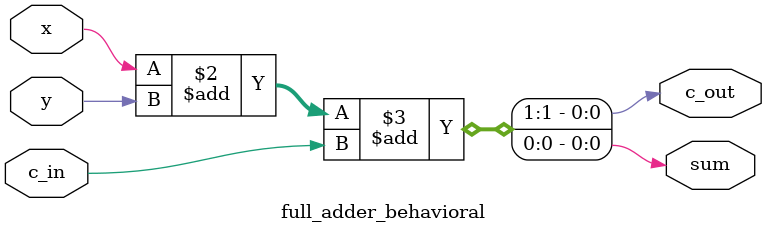
<source format=v>
module full_adder_behavioral(
    input   wire    x,      // First input bit
    input   wire    y,      // Second input bit
    input   wire    c_in,   // Carry input bit
    output  reg     sum,    // Sum output bit
    output  reg     c_out   // Carry output bit
);

// Always block to describe combinational logic
always @(*) begin
    // Combine the inputs x, y, and c_in to calculate sum and carry out
    {c_out, sum} = x + y + c_in;
end

endmodule

</source>
